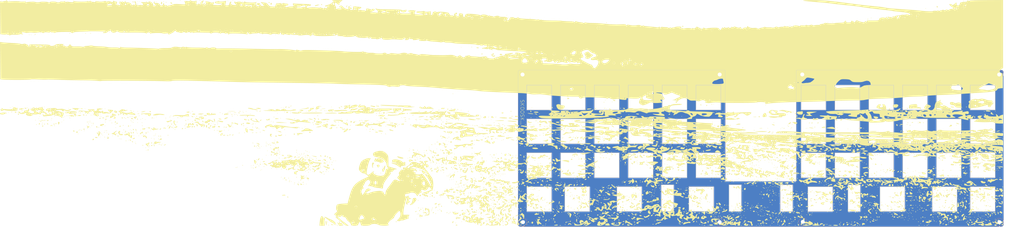
<source format=kicad_pcb>
(kicad_pcb (version 20211014) (generator pcbnew)
  (layers (0 "F.Cu" signal) (31 "B.Cu" signal) (34 "B.Paste" user) (35 "F.Paste" user) (36 "B.SilkS" user "B.Silkscreen") (37 "F.SilkS" user "F.Silkscreen") (38 "B.Mask" user) (39 "F.Mask" user) (44 "Edge.Cuts" user))
  (net 0 "")
  (footprint "MountingHole:MountingHole_2.2mm_M2_Pad" (layer "F.Cu") (at 115.8875 91.537469)
    (fp_text reference "H2" hide)
    (fp_text value "MountingHole_Pad")
    (pad "1" thru_hole circle (at 0 0) (size 4.4 4.4) (drill 2.2) (layers *.Cu *.Mask))
  )
  (footprint "MountingHole:MountingHole_2.2mm_M2_Pad" (layer "F.Cu") (at 162.369692 8.481252)
    (fp_text reference "H3" hide)
    (fp_text value "MountingHole_Pad")
    (pad "1" thru_hole circle (at 0 0) (size 4.4 4.4) (drill 2.2) (layers *.Cu *.Mask))
  )
  (footprint "MountingHole:MountingHole_2.2mm_M2_Pad" (layer "F.Cu") (at 273.177 8.509)
    (fp_text reference "H4" hide)
    (fp_text value "MountingHole_Pad")
    (pad "1" thru_hole circle (at 0 0) (size 4.4 4.4) (drill 2.2) (layers *.Cu *.Mask))
  )
  (footprint "MountingHole:MountingHole_2.2mm_M2_Pad" (layer "F.Cu") (at 5.207 91.567)
    (fp_text reference "H1" hide)
    (fp_text value "MountingHole_Pad")
    (pad "1" thru_hole circle (at 0 0) (size 4.4 4.4) (drill 2.2) (layers *.Cu *.Mask))
  )
  (footprint "MountingHole:MountingHole_2.2mm_M2_Pad" (layer "F.Cu") (at 273.304 91.567)
    (fp_text reference "H4" hide)
    (fp_text value "MountingHole_Pad")
    (pad "1" thru_hole circle (at 0 0) (size 4.4 4.4) (drill 2.2) (layers *.Cu *.Mask))
  )
  (footprint "LOGO" (layer "F.Cu") (at -6.858 30.099)
    (fp_text reference "G***" hide)
    (fp_text value "LOGO" hide)
  )
  (footprint "MountingHole:MountingHole_2.2mm_M2_Pad" (layer "F.Cu") (at 4.953 8.509)
    (fp_text reference "H1" hide)
    (fp_text value "MountingHole_Pad")
    (pad "1" thru_hole circle (at 0 0) (size 4.4 4.4) (drill 2.2) (layers *.Cu *.Mask))
  )
  (footprint "MountingHole:MountingHole_2.2mm_M2_Pad" (layer "F.Cu") (at 115.8875 8.509)
    (fp_text reference "H2" hide)
    (fp_text value "MountingHole_Pad")
    (pad "1" thru_hole circle (at 0 0) (size 4.4 4.4) (drill 2.2) (layers *.Cu *.Mask))
  )
  (footprint "MountingHole:MountingHole_2.2mm_M2_Pad" (layer "F.Cu") (at 162.689708 91.391033)
    (fp_text reference "H3" hide)
    (fp_text value "MountingHole_Pad")
    (pad "1" thru_hole circle (at 0 0) (size 4.4 4.4) (drill 2.2) (layers *.Cu *.Mask))
  )
  (gr_line (start 270.921552 52.551005) (end 256.921552 52.551005) (layer "Edge.Cuts") (width 0.2))
  (gr_line (start 7.301612 71.600125) (end 7.301612 85.600125) (layer "Edge.Cuts") (width 0.2))
  (gr_line (start 78.451612 28.450125) (end 78.451612 14.450125) (layer "Edge.Cuts") (width 0.2))
  (gr_line (start 83.034612 85.570125) (end 90.034612 85.570125) (layer "Edge.Cuts") (width 0.2))
  (gr_line (start 98.584612 85.570125) (end 112.584612 85.570125) (layer "Edge.Cuts") (width 0.2))
  (gr_line (start 90.034612 85.570125) (end 90.034612 70.570125) (layer "Edge.Cuts") (width 0.2))
  (gr_line (start 119.442612 68.679125) (end 158.685612 68.679125) (layer "Edge.Cuts") (width 0.1))
  (gr_line (start 251.871205 47.500069) (end 251.871205 33.500069) (layer "Edge.Cuts") (width 0.2))
  (gr_arc (start 159.066612 68.298125) (mid 158.95502 68.567533) (end 158.685612 68.679125) (layer "Edge.Cuts") (width 0.1))
  (gr_line (start 175.674949 28.448548) (end 175.674949 14.448548) (layer "Edge.Cuts") (width 0.2))
  (gr_line (start 128.134612 70.570125) (end 121.134612 70.570125) (layer "Edge.Cuts") (width 0.2))
  (gr_line (start 161.671205 47.500069) (end 175.671205 47.500069) (layer "Edge.Cuts") (width 0.2))
  (gr_line (start 112.584612 85.570125) (end 112.584612 71.570125) (layer "Edge.Cuts") (width 0.2))
  (gr_line (start 59.392256 52.548548) (end 45.392256 52.548548) (layer "Edge.Cuts") (width 0.2))
  (gr_arc (start 159.0294 6.35) (mid 159.14099 6.08059) (end 159.4104 5.969) (layer "Edge.Cuts") (width 0.1))
  (gr_line (start 161.674949 14.448548) (end 161.674949 28.448548) (layer "Edge.Cuts") (width 0.2))
  (gr_line (start 180.724949 28.448548) (end 194.724949 28.448548) (layer "Edge.Cuts") (width 0.2))
  (gr_line (start 40.351612 28.450125) (end 40.351612 14.450125) (layer "Edge.Cuts") (width 0.2))
  (gr_line (start 78.452943 33.494159) (end 64.452943 33.494159) (layer "Edge.Cuts") (width 0.2))
  (gr_line (start 116.552943 47.494159) (end 116.552943 33.494159) (layer "Edge.Cuts") (width 0.2))
  (gr_line (start 102.542256 52.548548) (end 102.542256 66.548548) (layer "Edge.Cuts") (width 0.2))
  (gr_line (start 59.402943 33.494159) (end 45.402943 33.494159) (layer "Edge.Cuts") (width 0.2))
  (gr_line (start 97.492256 52.548548) (end 83.492256 52.548548) (layer "Edge.Cuts") (width 0.2))
  (gr_line (start 232.821552 66.551005) (end 232.821552 52.551005) (layer "Edge.Cuts") (width 0.2))
  (gr_line (start 161.671552 52.551005) (end 161.671552 66.551005) (layer "Edge.Cuts") (width 0.2))
  (gr_line (start 78.451612 14.450125) (end 64.451612 14.450125) (layer "Edge.Cuts") (width 0.2))
  (gr_line (start 256.924949 14.448548) (end 256.924949 28.448548) (layer "Edge.Cuts") (width 0.2))
  (gr_line (start 21.301612 71.600125) (end 7.301612 71.600125) (layer "Edge.Cuts") (width 0.2))
  (gr_line (start 213.774949 14.448548) (end 199.774949 14.448548) (layer "Edge.Cuts") (width 0.2))
  (gr_line (start 21.301612 28.450125) (end 21.301612 14.450125) (layer "Edge.Cuts") (width 0.2))
  (gr_line (start 256.891 85.600125) (end 270.891 85.600125) (layer "Edge.Cuts") (width 0.2))
  (gr_line (start 40.351612 14.450125) (end 26.351612 14.450125) (layer "Edge.Cuts") (width 0.2))
  (gr_line (start 206.106 71.570125) (end 206.106 85.570125) (layer "Edge.Cuts") (width 0.2))
  (gr_line (start 180.721205 47.500069) (end 194.721205 47.500069) (layer "Edge.Cuts") (width 0.2))
  (gr_line (start 237.871205 33.500069) (end 237.871205 47.500069) (layer "Edge.Cuts") (width 0.2))
  (gr_line (start 58.071612 85.570125) (end 72.071612 85.570125) (layer "Edge.Cuts") (width 0.2))
  (gr_line (start 59.392256 66.548548) (end 59.392256 52.548548) (layer "Edge.Cuts") (width 0.2))
  (gr_line (start 64.442256 52.548548) (end 64.442256 66.548548) (layer "Edge.Cuts") (width 0.2))
  (gr_line (start 3.692026 94.107) (end 274.357212 94.107) (layer "Edge.Cuts") (width 0.1))
  (gr_line (start 218.821552 66.551005) (end 232.821552 66.551005) (layer "Edge.Cuts") (width 0.2))
  (gr_line (start 83.502943 47.494159) (end 97.502943 47.494159) (layer "Edge.Cuts") (width 0.2))
  (gr_line (start 121.134612 85.570125) (end 128.134612 85.570125) (layer "Edge.Cuts") (width 0.2))
  (gr_line (start 251.871205 33.500069) (end 237.871205 33.500069) (layer "Edge.Cuts") (width 0.2))
  (gr_line (start 116.542256 52.548548) (end 102.542256 52.548548) (layer "Edge.Cuts") (width 0.2))
  (gr_line (start 97.501612 28.450125) (end 97.501612 14.450125) (layer "Edge.Cuts") (width 0.2))
  (gr_line (start 199.771205 47.500069) (end 213.771205 47.500069) (layer "Edge.Cuts") (width 0.2))
  (gr_line (start 213.771205 33.500069) (end 199.771205 33.500069) (layer "Edge.Cuts") (width 0.2))
  (gr_line (start 26.342256 52.548548) (end 26.342256 66.548548) (layer "Edge.Cuts") (width 0.2))
  (gr_line (start 78.442256 52.548548) (end 64.442256 52.548548) (layer "Edge.Cuts") (width 0.2))
  (gr_arc (start 275.627212 92.837) (mid 275.255241 93.735035) (end 274.357212 94.107) (layer "Edge.Cuts") (width 0.1))
  (gr_line (start 199.771205 33.500069) (end 199.771205 47.500069) (layer "Edge.Cuts") (width 0.2))
  (gr_line (start 7.301612 28.450125) (end 21.301612 28.450125) (layer "Edge.Cuts") (width 0.2))
  (gr_line (start 58.071612 71.570125) (end 58.071612 85.570125) (layer "Edge.Cuts") (width 0.2))
  (gr_line (start 72.071612 85.570125) (end 72.071612 71.570125) (layer "Edge.Cuts") (width 0.2))
  (gr_line (start 161.674949 28.448548) (end 175.674949 28.448548) (layer "Edge.Cuts") (width 0.2))
  (gr_line (start 97.502943 33.494159) (end 83.502943 33.494159) (layer "Edge.Cuts") (width 0.2))
  (gr_line (start 232.821205 33.500069) (end 218.821205 33.500069) (layer "Edge.Cuts") (width 0.2))
  (gr_line (start 195.092266 85.613107) (end 195.092266 70.613107) (layer "Edge.Cuts") (width 0.2))
  (gr_line (start 213.771552 66.551005) (end 213.771552 52.551005) (layer "Edge.Cuts") (width 0.2))
  (gr_line (start 90.034612 70.570125) (end 83.034612 70.570125) (layer "Edge.Cuts") (width 0.2))
  (gr_line (start 188.092266 70.613107) (end 188.092266 85.613107) (layer "Edge.Cuts") (width 0.2))
  (gr_line (start 220.106 85.570125) (end 220.106 71.570125) (layer "Edge.Cuts") (width 0.2))
  (gr_line (start 256.921552 66.551005) (end 270.921552 66.551005) (layer "Edge.Cuts") (width 0.2))
  (gr_line (start 26.351612 28.450125) (end 40.351612 28.450125) (layer "Edge.Cuts") (width 0.2))
  (gr_line (start 28.732862 71.600125) (end 28.732862 85.600125) (layer "Edge.Cuts") (width 0.2))
  (gr_line (start 180.721552 52.551005) (end 180.721552 66.551005) (layer "Edge.Cuts") (width 0.2))
  (gr_line (start 180.721205 33.500069) (end 180.721205 47.500069) (layer "Edge.Cuts") (width 0.2))
  (gr_line (start 175.671552 52.551005) (end 161.671552 52.551005) (layer "Edge.Cuts") (width 0.2))
  (gr_line (start 121.134612 70.570125) (end 121.134612 85.570125) (layer "Edge.Cuts") (width 0.2))
  (gr_line (start 78.452943 47.494159) (end 78.452943 33.494159) (layer "Edge.Cuts") (width 0.2))
  (gr_line (start 21.301612 85.600125) (end 21.301612 71.600125) (layer "Edge.Cuts") (width 0.2))
  (gr_line (start 270.891 85.600125) (end 270.891 71.600125) (layer "Edge.Cuts") (width 0.2))
  (gr_line (start 26.351612 14.450125) (end 26.351612 28.450125) (layer "Edge.Cuts") (width 0.2))
  (gr_line (start 251.874949 14.448548) (end 237.874949 14.448548) (layer "Edge.Cuts") (width 0.2))
  (gr_line (start 175.671205 47.500069) (end 175.671205 33.500069) (layer "Edge.Cuts") (width 0.2))
  (gr_line (start 256.891 71.600125) (end 256.891 85.600125) (layer "Edge.Cuts") (width 0.2))
  (gr_line (start 251.871552 52.551005) (end 237.871552 52.551005) (layer "Edge.Cuts") (width 0.2))
  (gr_line (start 180.724949 14.448548) (end 180.724949 28.448548) (layer "Edge.Cuts") (width 0.2))
  (gr_arc (start 119.442612 68.679125) (mid 119.173204 68.567533) (end 119.061612 68.298125) (layer "Edge.Cuts") (width 0.1))
  (gr_line (start 213.771205 47.500069) (end 213.771205 33.500069) (layer "Edge.Cuts") (width 0.2))
  (gr_line (start 45.401612 28.450125) (end 59.401612 28.450125) (layer "Edge.Cuts") (width 0.2))
  (gr_line (start 97.502943 47.494159) (end 97.502943 33.494159) (layer "Edge.Cuts") (width 0.2))
  (gr_line (start 218.821205 47.500069) (end 232.821205 47.500069) (layer "Edge.Cuts") (width 0.2))
  (gr_line (start 179.542266 85.613107) (end 179.542266 71.613107) (layer "Edge.Cuts") (width 0.2))
  (gr_line (start 7.302943 47.494159) (end 21.302943 47.494159) (layer "Edge.Cuts") (width 0.2))
  (gr_line (start 116.552943 33.494159) (end 102.552943 33.494159) (layer "Edge.Cuts") (width 0.2))
  (gr_line (start 21.302943 47.494159) (end 21.302943 33.494159) (layer "Edge.Cuts") (width 0.2))
  (gr_line (start 199.774949 14.448548) (end 199.774949 28.448548) (layer "Edge.Cuts") (width 0.2))
  (gr_line (start 275.627212 92.837) (end 275.59 7.239) (layer "Edge.Cuts") (width 0.1))
  (gr_line (start 45.402943 33.494159) (end 45.402943 47.494159) (layer "Edge.Cuts") (width 0.2))
  (gr_line (start 161.671552 66.551005) (end 175.671552 66.551005) (layer "Edge.Cuts") (width 0.2))
  (gr_line (start 45.392256 52.548548) (end 45.392256 66.548548) (layer "Edge.Cuts") (width 0.2))
  (gr_line (start 194.721205 33.500069) (end 180.721205 33.500069) (layer "Edge.Cuts") (width 0.2))
  (gr_line (start 188.092266 85.613107) (end 195.092266 85.613107) (layer "Edge.Cuts") (width 0.2))
  (gr_line (start 116.551612 28.450125) (end 116.551612 14.450125) (layer "Edge.Cuts") (width 0.2))
  (gr_line (start 7.302943 33.494159) (end 7.302943 47.494159) (layer "Edge.Cuts") (width 0.2))
  (gr_line (start 149.992266 70.613107) (end 149.992266 85.613107) (layer "Edge.Cuts") (width 0.2))
  (gr_line (start 251.871552 66.551005) (end 251.871552 52.551005) (layer "Edge.Cuts") (width 0.2))
  (gr_line (start 83.034612 70.570125) (end 83.034612 85.570125) (layer "Edge.Cuts") (width 0.2))
  (gr_line (start 235.45975 85.600125) (end 249.45975 85.600125) (layer "Edge.Cuts") (width 0.2))
  (gr_line (start 270.924949 14.448548) (end 256.924949 14.448548) (layer "Edge.Cuts") (width 0.2))
  (gr_line (start 237.874949 28.448548) (end 251.874949 28.448548) (layer "Edge.Cuts") (width 0.2))
  (gr_line (start 98.584612 71.570125) (end 98.584612 85.570125) (layer "Edge.Cuts") (width 0.2))
  (gr_line (start 72.071612 71.570125) (end 58.071612 71.570125) (layer "Edge.Cuts") (width 0.2))
  (gr_line (start 194.721552 52.551005) (end 180.721552 52.551005) (layer "Edge.Cuts") (width 0.2))
  (gr_line (start 237.871552 52.551005) (end 237.871552 66.551005) (layer "Edge.Cuts") (width 0.2))
  (gr_line (start 21.292256 66.548548) (end 21.292256 52.548548) (layer "Edge.Cuts") (width 0.2))
  (gr_line (start 194.724949 28.448548) (end 194.724949 14.448548) (layer "Edge.Cuts") (width 0.2))
  (gr_line (start 21.292256 52.548548) (end 7.292256 52.548548) (layer "Edge.Cuts") (width 0.2))
  (gr_line (start 195.092266 70.613107) (end 188.092266 70.613107) (layer "Edge.Cuts") (width 0.2))
  (gr_line (start 175.671205 33.500069) (end 161.671205 33.500069) (layer "Edge.Cuts") (width 0.2))
  (gr_line (start 213.774949 28.448548) (end 213.774949 14.448548) (layer "Edge.Cuts") (width 0.2))
  (gr_line (start 159.066612 68.298125) (end 159.0294 6.35) (layer "Edge.Cuts") (width 0.1))
  (gr_line (start 270.921205 33.500069) (end 256.921205 33.500069) (layer "Edge.Cuts") (width 0.2))
  (gr_line (start 64.452943 33.494159) (end 64.452943 47.494159) (layer "Edge.Cuts") (width 0.2))
  (gr_arc (start 3.692026 94.107) (mid 2.793999 93.735027) (end 2.422026 92.837) (layer "Edge.Cuts") (width 0.1))
  (gr_line (start 26.352943 33.494159) (end 26.352943 47.494159) (layer "Edge.Cuts") (width 0.2))
  (gr_line (start 165.542266 71.613107) (end 165.542266 85.613107) (layer "Edge.Cuts") (width 0.2))
  (gr_line (start 26.342256 66.548548) (end 40.342256 66.548548) (layer "Edge.Cuts") (width 0.2))
  (gr_line (start 194.724949 14.448548) (end 180.724949 14.448548) (layer "Edge.Cuts") (width 0.2))
  (gr_line (start 40.352943 47.494159) (end 40.352943 33.494159) (layer "Edge.Cuts") (width 0.2))
  (gr_line (start 40.352943 33.494159) (end 26.352943 33.494159) (layer "Edge.Cuts") (width 0.2))
  (gr_line (start 270.921552 66.551005) (end 270.921552 52.551005) (layer "Edge.Cuts") (width 0.2))
  (gr_line (start 42.732862 71.600125) (end 28.732862 71.600125) (layer "Edge.Cuts") (width 0.2))
  (gr_line (start 42.732862 85.600125) (end 42.732862 71.600125) (layer "Edge.Cuts") (width 0.2))
  (gr_line (start 64.442256 66.548548) (end 78.442256 66.548548) (layer "Edge.Cuts") (width 0.2))
  (gr_line (start 83.501612 14.450125) (end 83.501612 28.450125) (layer "Edge.Cuts") (width 0.2))
  (gr_line (start 7.301612 85.600125) (end 21.301612 85.600125) (layer "Edge.Cuts") (width 0.2))
  (gr_line (start 83.492256 52.548548) (end 83.492256 66.548548) (layer "Edge.Cuts") (width 0.2))
  (gr_line (start 21.301612 14.450125) (end 7.301612 14.450125) (layer "Edge.Cuts") (width 0.2))
  (gr_line (start 102.551612 14.450125) (end 102.551612 28.450125) (layer "Edge.Cuts") (width 0.2))
  (gr_line (start 64.451612 14.450125) (end 64.451612 28.450125) (layer "Edge.Cuts") (width 0.2))
  (gr_line (start 199.774949 28.448548) (end 213.774949 28.448548) (layer "Edge.Cuts") (width 0.2))
  (gr_line (start 256.924949 28.448548) (end 270.924949 28.448548) (layer "Edge.Cuts") (width 0.2))
  (gr_line (start 102.551612 28.450125) (end 116.551612 28.450125) (layer "Edge.Cuts") (width 0.2))
  (gr_line (start 180.721552 66.551005) (end 194.721552 66.551005) (layer "Edge.Cuts") (width 0.2))
  (gr_line (start 149.992266 85.613107) (end 156.992266 85.613107) (layer "Edge.Cuts") (width 0.2))
  (gr_line (start 161.671205 33.500069) (end 161.671205 47.500069) (layer "Edge.Cuts") (width 0.2))
  (gr_line (start 59.401612 28.450125) (end 59.401612 14.450125) (layer "Edge.Cuts") (width 0.2))
  (gr_line (start 116.542256 66.548548) (end 116.542256 52.548548) (layer "Edge.Cuts") (width 0.2))
  (gr_line (start 165.542266 85.613107) (end 179.542266 85.613107) (layer "Edge.Cuts") (width 0.2))
  (gr_line (start 40.342256 66.548548) (end 40.342256 52.548548) (layer "Edge.Cuts") (width 0.2))
  (gr_line (start 97.501612 14.450125) (end 83.501612 14.450125) (layer "Edge.Cuts") (width 0.2))
  (gr_line (start 237.871205 47.500069) (end 251.871205 47.500069) (layer "Edge.Cuts") (width 0.2))
  (gr_line (start 45.392256 66.548548) (end 59.392256 66.548548) (layer "Edge.Cuts") (width 0.2))
  (gr_line (start 156.992266 85.613107) (end 156.992266 70.613107) (layer "Edge.Cuts") (width 0.2))
  (gr_arc (start 2.422026 7.239) (mid 2.794 6.340974) (end 3.692026 5.969) (layer "Edge.Cuts") (width 0.1))
  (gr_line (start 256.921205 47.500069) (end 270.921205 47.500069) (layer "Edge.Cuts") (width 0.2))
  (gr_line (start 128.134612 85.570125) (end 128.134612 70.570125) (layer "Edge.Cuts") (width 0.2))
  (gr_line (start 199.771552 66.551005) (end 213.771552 66.551005) (layer "Edge.Cuts") (width 0.2))
  (gr_line (start 7.292256 66.548548) (end 21.292256 66.548548) (layer "Edge.Cuts") (width 0.2))
  (gr_line (start 249.45975 71.600125) (end 235.45975 71.600125) (layer "Edge.Cuts") (width 0.2))
  (gr_line (start 270.924949 28.448548) (end 270.924949 14.448548) (layer "Edge.Cuts") (width 0.2))
  (gr_line (start 249.45975 85.600125) (end 249.45975 71.600125) (layer "Edge.Cuts") (width 0.2))
  (gr_line (start 251.874949 28.448548) (end 251.874949 14.448548) (layer "Edge.Cuts") (width 0.2))
  (gr_line (start 194.721552 66.551005) (end 194.721552 52.551005) (layer "Edge.Cuts") (width 0.2))
  (gr_line (start 270.921205 47.500069) (end 270.921205 33.500069) (layer "Edge.Cuts") (width 0.2))
  (gr_line (start 175.674949 14.448548) (end 161.674949 14.448548) (layer "Edge.Cuts") (width 0.2))
  (gr_line (start 156.992266 70.613107) (end 149.992266 70.613107) (layer "Edge.Cuts") (width 0.2))
  (gr_line (start 213.771552 52.551005) (end 199.771552 52.551005) (layer "Edge.Cuts") (width 0.2))
  (gr_line (start 218.824949 14.448548) (end 218.824949 28.448548) (layer "Edge.Cuts") (width 0.2))
  (gr_line (start 102.542256 66.548548) (end 116.542256 66.548548) (layer "Edge.Cuts") (width 0.2))
  (gr_line (start 220.106 71.570125) (end 206.106 71.570125) (layer "Edge.Cuts") (width 0.2))
  (gr_arc (start 274.32 5.969) (mid 275.218048 6.340956) (end 275.59 7.239) (layer "Edge.Cuts") (width 0.1))
  (gr_line (start 7.292256 52.548548) (end 7.292256 66.548548) (layer "Edge.Cuts") (width 0.2))
  (gr_line (start 119.058826 6.35) (end 119.061612 68.298125) (layer "Edge.Cuts") (width 0.1))
  (gr_line (start 59.402943 47.494159) (end 59.402943 33.494159) (layer "Edge.Cuts") (width 0.2))
  (gr_line (start 235.45975 71.600125) (end 235.45975 85.600125) (layer "Edge.Cuts") (width 0.2))
  (gr_line (start 45.402943 47.494159) (end 59.402943 47.494159) (layer "Edge.Cuts") (width 0.2))
  (gr_line (start 7.301612 14.450125) (end 7.301612 28.450125) (layer "Edge.Cuts") (width 0.2))
  (gr_line (start 199.771552 52.551005) (end 199.771552 66.551005) (layer "Edge.Cuts") (width 0.2))
  (gr_line (start 21.302943 33.494159) (end 7.302943 33.494159) (layer "Edge.Cuts") (width 0.2))
  (gr_line (start 97.492256 66.548548) (end 97.492256 52.548548) (layer "Edge.Cuts") (width 0.2))
  (gr_line (start 218.821552 52.551005) (end 218.821552 66.551005) (layer "Edge.Cuts") (width 0.2))
  (gr_line (start 175.671552 66.551005) (end 175.671552 52.551005) (layer "Edge.Cuts") (width 0.2))
  (gr_line (start 64.451612 28.450125) (end 78.451612 28.450125) (layer "Edge.Cuts") (width 0.2))
  (gr_line (start 118.677826 5.969) (end 3.692026 5.969) (layer "Edge.Cuts") (width 0.1))
  (gr_line (start 40.342256 52.548548) (end 26.342256 52.548548) (layer "Edge.Cuts") (width 0.2))
  (gr_line (start 102.552943 47.494159) (end 116.552943 47.494159) (layer "Edge.Cuts") (width 0.2))
  (gr_line (start 218.824949 28.448548) (end 232.824949 28.448548) (layer "Edge.Cuts") (width 0.2))
  (gr_line (start 218.821205 33.500069) (end 218.821205 47.500069) (layer "Edge.Cuts") (width 0.2))
  (gr_line (start 237.871552 66.551005) (end 251.871552 66.551005) (layer "Edge.Cuts") (width 0.2))
  (gr_line (start 83.501612 28.450125) (end 97.501612 28.450125) (layer "Edge.Cuts") (width 0.2))
  (gr_line (start 102.552943 33.494159) (end 102.552943 47.494159) (layer "Edge.Cuts") (width 0.2))
  (gr_line (start 274.32 5.969) (end 159.4104 5.969) (layer "Edge.Cuts") (width 0.1))
  (gr_line (start 28.732862 85.600125) (end 42.732862 85.600125) (layer "Edge.Cuts") (width 0.2))
  (gr_line (start 116.551612 14.450125) (end 102.551612 14.450125) (layer "Edge.Cuts") (width 0.2))
  (gr_arc (start 118.677826 5.969) (mid 118.947223 6.080597) (end 119.058826 6.35) (layer "Edge.Cuts") (width 0.1))
  (gr_line (start 112.584612 71.570125) (end 98.584612 71.570125) (layer "Edge.Cuts") (width 0.2))
  (gr_line (start 232.824949 28.448548) (end 232.824949 14.448548) (layer "Edge.Cuts") (width 0.2))
  (gr_line (start 194.721205 47.500069) (end 194.721205 33.500069) (layer "Edge.Cuts") (width 0.2))
  (gr_line (start 26.352943 47.494159) (end 40.352943 47.494159) (layer "Edge.Cuts") (width 0.2))
  (gr_line (start 206.106 85.570125) (end 220.106 85.570125) (layer "Edge.Cuts") (width 0.2))
  (gr_line (start 232.821552 52.551005) (end 218.821552 52.551005) (layer "Edge.Cuts") (width 0.2))
  (gr_line (start 232.821205 47.500069) (end 232.821205 33.500069) (layer "Edge.Cuts") (width 0.2))
  (gr_line (start 237.874949 14.448548) (end 237.874949 28.448548) (layer "Edge.Cuts") (width 0.2))
  (gr_line (start 179.542266 71.613107) (end 165.542266 71.613107) (layer "Edge.Cuts") (width 0.2))
  (gr_line (start 256.921205 33.500069) (end 256.921205 47.500069) (layer "Edge.Cuts") (width 0.2))
  (gr_line (start 59.401612 14.450125) (end 45.401612 14.450125) (layer "Edge.Cuts") (width 0.2))
  (gr_line (start 256.921552 52.551005) (end 256.921552 66.551005) (layer "Edge.Cuts") (width 0.2))
  (gr_line (start 232.824949 14.448548) (end 218.824949 14.448548) (layer "Edge.Cuts") (width 0.2))
  (gr_line (start 83.492256 66.548548) (end 97.492256 66.548548) (layer "Edge.Cuts") (width 0.2))
  (gr_line (start 78.442256 66.548548) (end 78.442256 52.548548) (layer "Edge.Cuts") (width 0.2))
  (gr_line (start 2.422026 7.239) (end 2.422026 92.837) (layer "Edge.Cuts") (width 0.1))
  (gr_line (start 83.502943 33.494159) (end 83.502943 47.494159) (layer "Edge.Cuts") (width 0.2))
  (gr_line (start 270.891 71.600125) (end 256.891 71.600125) (layer "Edge.Cuts") (width 0.2))
  (gr_line (start 64.452943 47.494159) (end 78.452943 47.494159) (layer "Edge.Cuts") (width 0.2))
  (gr_line (start 45.401612 14.450125) (end 45.401612 28.450125) (layer "Edge.Cuts") (width 0.2))
  (gr_text "SKOOSK" (at 4.7625 28.575 270) (layer "F.SilkS") (effects (font (size 2 2))))
  (zone (net 0) (net_name "") (layers F&B.Cu) (connect_pads (clearance 0)) (min_thickness 0.254) (fill yes (thermal_gap 0.508) (thermal_bridge_width 0.508))
    (polygon (pts (xy 287.147 97.536) (xy -6.731 99.314) (xy -7.747 -4.064) (xy 286.893 0.762)))
  )
)
</source>
